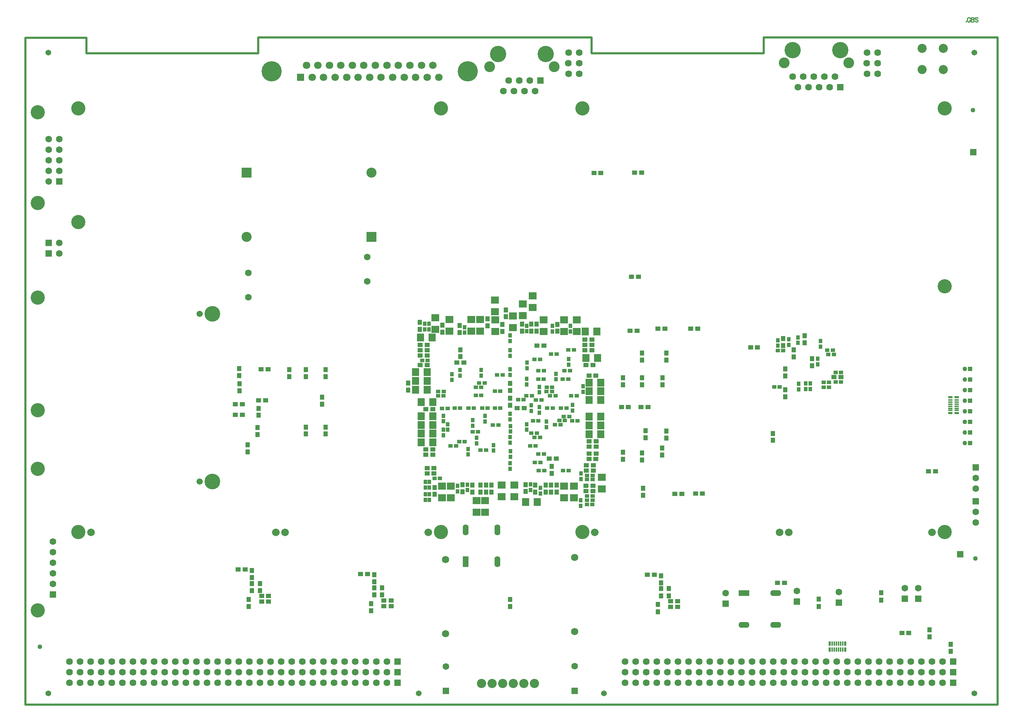
<source format=gbs>
%FSLAX23Y23*%
%MOIN*%
G70*
G01*
G75*
G04 Layer_Color=16711935*
%ADD10C,0.010*%
%ADD11R,0.039X0.043*%
%ADD12C,0.040*%
%ADD13R,0.102X0.087*%
%ADD14R,0.087X0.102*%
%ADD15R,0.024X0.094*%
%ADD16R,0.043X0.039*%
%ADD17R,0.039X0.043*%
%ADD18R,0.010X0.039*%
%ADD19R,0.020X0.039*%
%ADD20R,0.028X0.035*%
%ADD21R,0.106X0.063*%
%ADD22R,0.157X0.138*%
%ADD23R,0.041X0.083*%
%ADD24R,0.413X0.406*%
%ADD25R,0.051X0.063*%
%ADD26R,0.033X0.039*%
%ADD27O,0.016X0.063*%
%ADD28R,0.134X0.085*%
%ADD29R,0.041X0.085*%
%ADD30R,0.033X0.039*%
%ADD31R,0.041X0.085*%
%ADD32R,0.026X0.075*%
%ADD33R,0.138X0.079*%
%ADD34R,0.047X0.039*%
%ADD35R,0.134X0.075*%
%ADD36R,0.138X0.157*%
%ADD37R,0.079X0.138*%
%ADD38R,0.016X0.063*%
%ADD39R,0.063X0.051*%
%ADD40R,0.063X0.106*%
%ADD41R,0.014X0.053*%
%ADD42O,0.250X0.080*%
%ADD43R,0.124X0.202*%
%ADD44O,0.031X0.010*%
%ADD45R,0.031X0.010*%
%ADD46R,0.010X0.031*%
%ADD47O,0.080X0.250*%
%ADD48R,0.024X0.087*%
%ADD49R,0.024X0.087*%
%ADD50C,0.020*%
%ADD51R,0.039X0.047*%
%ADD52R,0.018X0.081*%
%ADD53R,0.047X0.102*%
%ADD54R,0.081X0.018*%
%ADD55R,0.047X0.043*%
%ADD56R,0.047X0.043*%
%ADD57R,0.059X0.020*%
%ADD58R,0.059X0.020*%
%ADD59R,0.035X0.028*%
%ADD60R,0.083X0.041*%
%ADD61R,0.406X0.413*%
%ADD62R,0.039X0.033*%
%ADD63R,0.039X0.033*%
%ADD64R,0.059X0.014*%
%ADD65R,0.087X0.024*%
%ADD66R,0.012X0.065*%
%ADD67R,0.087X0.024*%
%ADD68R,0.049X0.015*%
%ADD69R,0.213X0.118*%
%ADD70R,0.138X0.016*%
%ADD71R,0.057X0.022*%
%ADD72R,0.012X0.063*%
%ADD73R,0.063X0.012*%
%ADD74R,0.102X0.047*%
%ADD75R,0.014X0.053*%
%ADD76R,0.010X0.065*%
%ADD77R,0.012X0.016*%
%ADD78R,0.228X0.189*%
%ADD79R,0.016X0.012*%
%ADD80O,0.014X0.059*%
%ADD81R,0.014X0.059*%
%ADD82C,0.005*%
%ADD83C,0.008*%
%ADD84C,0.020*%
%ADD85C,0.004*%
%ADD86C,0.012*%
%ADD87C,0.006*%
%ADD88C,0.015*%
%ADD89C,0.009*%
%ADD90C,0.130*%
%ADD91C,0.050*%
%ADD92C,0.039*%
%ADD93R,0.039X0.039*%
%ADD94C,0.059*%
%ADD95R,0.059X0.059*%
%ADD96R,0.091X0.091*%
%ADD97C,0.091*%
%ADD98C,0.060*%
%ADD99R,0.059X0.059*%
%ADD100C,0.065*%
%ADD101R,0.060X0.060*%
%ADD102C,0.068*%
%ADD103R,0.059X0.059*%
%ADD104C,0.059*%
%ADD105R,0.100X0.050*%
%ADD106O,0.100X0.050*%
%ADD107C,0.150*%
%ADD108C,0.098*%
%ADD109C,0.083*%
%ADD110C,0.082*%
%ADD111C,0.067*%
%ADD112R,0.067X0.067*%
%ADD113C,0.187*%
%ADD114O,0.050X0.100*%
%ADD115R,0.050X0.100*%
%ADD116C,0.144*%
%ADD117C,0.055*%
%ADD118C,0.016*%
%ADD119C,0.036*%
%ADD120C,0.160*%
%ADD121C,0.020*%
%ADD122C,0.030*%
%ADD123R,0.063X0.071*%
%ADD124R,0.071X0.063*%
%ADD125R,0.039X0.020*%
%ADD126R,0.039X0.010*%
%ADD127C,0.010*%
%ADD128C,0.008*%
%ADD129C,0.004*%
%ADD130C,0.001*%
%ADD131C,0.001*%
%ADD132C,0.007*%
%ADD133C,0.006*%
%ADD134R,0.146X0.031*%
%ADD135R,0.110X0.410*%
%ADD136R,0.110X0.405*%
%ADD137R,0.043X0.047*%
%ADD138C,0.044*%
%ADD139R,0.106X0.091*%
%ADD140R,0.091X0.106*%
%ADD141R,0.028X0.098*%
%ADD142R,0.047X0.043*%
%ADD143R,0.043X0.047*%
%ADD144R,0.014X0.043*%
%ADD145R,0.024X0.043*%
%ADD146R,0.032X0.039*%
%ADD147R,0.110X0.067*%
%ADD148R,0.161X0.142*%
%ADD149R,0.045X0.087*%
%ADD150R,0.417X0.410*%
%ADD151R,0.055X0.067*%
%ADD152R,0.037X0.043*%
%ADD153O,0.020X0.067*%
%ADD154R,0.138X0.089*%
%ADD155R,0.045X0.089*%
%ADD156R,0.037X0.043*%
%ADD157R,0.045X0.089*%
%ADD158R,0.030X0.079*%
%ADD159R,0.142X0.083*%
%ADD160R,0.051X0.043*%
%ADD161R,0.138X0.079*%
%ADD162R,0.142X0.161*%
%ADD163R,0.083X0.142*%
%ADD164R,0.020X0.067*%
%ADD165R,0.067X0.055*%
%ADD166R,0.067X0.110*%
%ADD167R,0.018X0.057*%
%ADD168O,0.254X0.084*%
%ADD169R,0.128X0.206*%
%ADD170O,0.035X0.014*%
%ADD171R,0.035X0.014*%
%ADD172R,0.014X0.035*%
%ADD173O,0.084X0.254*%
%ADD174R,0.028X0.091*%
%ADD175R,0.028X0.091*%
%ADD176C,0.024*%
%ADD177R,0.043X0.051*%
%ADD178R,0.022X0.085*%
%ADD179R,0.051X0.106*%
%ADD180R,0.085X0.022*%
%ADD181R,0.051X0.047*%
%ADD182R,0.051X0.047*%
%ADD183R,0.063X0.024*%
%ADD184R,0.063X0.024*%
%ADD185R,0.039X0.032*%
%ADD186R,0.087X0.045*%
%ADD187R,0.410X0.417*%
%ADD188R,0.043X0.037*%
%ADD189R,0.043X0.037*%
%ADD190R,0.063X0.018*%
%ADD191R,0.091X0.028*%
%ADD192R,0.016X0.069*%
%ADD193R,0.091X0.028*%
%ADD194R,0.053X0.019*%
%ADD195R,0.217X0.122*%
%ADD196R,0.142X0.020*%
%ADD197R,0.061X0.026*%
%ADD198R,0.016X0.067*%
%ADD199R,0.067X0.016*%
%ADD200R,0.106X0.051*%
%ADD201R,0.018X0.057*%
%ADD202R,0.014X0.069*%
%ADD203R,0.016X0.020*%
%ADD204R,0.232X0.193*%
%ADD205R,0.020X0.016*%
%ADD206O,0.018X0.063*%
%ADD207R,0.018X0.063*%
%ADD208C,0.134*%
%ADD209C,0.054*%
%ADD210C,0.043*%
%ADD211R,0.043X0.043*%
%ADD212C,0.063*%
%ADD213R,0.063X0.063*%
%ADD214R,0.095X0.095*%
%ADD215C,0.095*%
%ADD216C,0.064*%
%ADD217R,0.063X0.063*%
%ADD218C,0.069*%
%ADD219R,0.064X0.064*%
%ADD220C,0.072*%
%ADD221R,0.063X0.063*%
%ADD222C,0.063*%
%ADD223R,0.104X0.054*%
%ADD224O,0.104X0.054*%
%ADD225C,0.154*%
%ADD226C,0.102*%
%ADD227C,0.087*%
%ADD228C,0.086*%
%ADD229C,0.071*%
%ADD230R,0.071X0.071*%
%ADD231C,0.191*%
%ADD232O,0.054X0.104*%
%ADD233R,0.054X0.104*%
%ADD234C,0.148*%
%ADD235C,0.059*%
%ADD236R,0.067X0.075*%
%ADD237R,0.075X0.067*%
%ADD238R,0.043X0.024*%
%ADD239R,0.043X0.014*%
D84*
X13185Y6000D02*
Y12300D01*
X3999Y6000D02*
Y12299D01*
Y6000D02*
X13185D01*
X4575Y12150D02*
Y12299D01*
Y12150D02*
X6200D01*
Y12300D01*
X9350Y12150D02*
Y12300D01*
Y12150D02*
X10975D01*
Y12300D01*
X3999Y12299D02*
X4574D01*
X6200Y12300D02*
X9349D01*
X10975D02*
X13185D01*
D89*
X12888Y12453D02*
X12886Y12451D01*
X12888Y12449D01*
X12890Y12451D01*
X12888Y12453D01*
X12927Y12479D02*
X12925Y12483D01*
X12921Y12487D01*
X12918Y12489D01*
X12910D01*
X12906Y12487D01*
X12902Y12483D01*
X12900Y12479D01*
X12899Y12474D01*
Y12464D01*
X12900Y12459D01*
X12902Y12455D01*
X12906Y12451D01*
X12910Y12449D01*
X12918D01*
X12921Y12451D01*
X12925Y12455D01*
X12927Y12459D01*
Y12464D01*
X12918D02*
X12927D01*
X12936Y12489D02*
Y12449D01*
Y12489D02*
X12953D01*
X12959Y12487D01*
X12961Y12485D01*
X12963Y12481D01*
Y12478D01*
X12961Y12474D01*
X12959Y12472D01*
X12953Y12470D01*
X12936D02*
X12953D01*
X12959Y12468D01*
X12961Y12466D01*
X12963Y12462D01*
Y12457D01*
X12961Y12453D01*
X12959Y12451D01*
X12953Y12449D01*
X12936D01*
X12999Y12483D02*
X12995Y12487D01*
X12989Y12489D01*
X12981D01*
X12976Y12487D01*
X12972Y12483D01*
Y12479D01*
X12974Y12476D01*
X12976Y12474D01*
X12980Y12472D01*
X12991Y12468D01*
X12995Y12466D01*
X12997Y12464D01*
X12999Y12460D01*
Y12455D01*
X12995Y12451D01*
X12989Y12449D01*
X12981D01*
X12976Y12451D01*
X12972Y12455D01*
D137*
X12743Y6505D02*
D03*
Y6571D02*
D03*
X8972Y8251D02*
D03*
Y8185D02*
D03*
X11063Y8562D02*
D03*
Y8496D02*
D03*
X8580Y6993D02*
D03*
Y6927D02*
D03*
X7295Y7227D02*
D03*
Y7160D02*
D03*
X7370Y7104D02*
D03*
Y7037D02*
D03*
X7264Y6887D02*
D03*
Y6954D02*
D03*
X7295Y7037D02*
D03*
Y7104D02*
D03*
X10005Y7219D02*
D03*
Y7152D02*
D03*
X10080Y7096D02*
D03*
Y7029D02*
D03*
X9974Y6879D02*
D03*
Y6946D02*
D03*
X10005Y7029D02*
D03*
Y7096D02*
D03*
X6108Y6929D02*
D03*
Y6995D02*
D03*
X6022Y8964D02*
D03*
Y9030D02*
D03*
X6202Y8799D02*
D03*
Y8733D02*
D03*
X6020Y9173D02*
D03*
Y9107D02*
D03*
X11180Y9170D02*
D03*
Y9104D02*
D03*
X12541Y6641D02*
D03*
Y6708D02*
D03*
X9824Y9255D02*
D03*
Y9321D02*
D03*
X10018Y9088D02*
D03*
Y9022D02*
D03*
X9824Y9088D02*
D03*
Y9022D02*
D03*
X9646Y9088D02*
D03*
Y9022D02*
D03*
X9835Y7977D02*
D03*
Y8043D02*
D03*
X8967Y8009D02*
D03*
Y8075D02*
D03*
X8917Y8009D02*
D03*
Y8075D02*
D03*
X8817Y8009D02*
D03*
Y8075D02*
D03*
X8402Y8007D02*
D03*
Y8073D02*
D03*
X8352Y8007D02*
D03*
Y8073D02*
D03*
X8300Y8007D02*
D03*
Y8073D02*
D03*
X8222Y8007D02*
D03*
Y8073D02*
D03*
X7864Y7986D02*
D03*
Y8052D02*
D03*
X8580Y8893D02*
D03*
Y8827D02*
D03*
X9024Y9592D02*
D03*
Y9526D02*
D03*
X8830Y9593D02*
D03*
Y9527D02*
D03*
X8780Y9593D02*
D03*
Y9527D02*
D03*
X8692Y9593D02*
D03*
Y9527D02*
D03*
X8365Y9645D02*
D03*
Y9579D02*
D03*
X7726Y9611D02*
D03*
Y9545D02*
D03*
X8504Y9591D02*
D03*
Y9525D02*
D03*
X7938Y9583D02*
D03*
Y9517D02*
D03*
X11494Y6929D02*
D03*
Y6996D02*
D03*
X12084Y6989D02*
D03*
Y7056D02*
D03*
X6139Y7202D02*
D03*
Y7268D02*
D03*
X6214Y7079D02*
D03*
Y7145D02*
D03*
X6139D02*
D03*
Y7079D02*
D03*
X9858Y8520D02*
D03*
Y8586D02*
D03*
X10016Y8423D02*
D03*
Y8357D02*
D03*
X9824Y8377D02*
D03*
Y8311D02*
D03*
X9646Y8383D02*
D03*
Y8317D02*
D03*
X10055Y9255D02*
D03*
Y9321D02*
D03*
Y8518D02*
D03*
Y8584D02*
D03*
X8108Y9352D02*
D03*
Y9286D02*
D03*
X9020Y8009D02*
D03*
Y8075D02*
D03*
X8580Y9033D02*
D03*
Y8967D02*
D03*
X7617Y8970D02*
D03*
Y9036D02*
D03*
X8727Y8013D02*
D03*
Y8079D02*
D03*
X8130Y8011D02*
D03*
Y8077D02*
D03*
X8538Y9729D02*
D03*
Y9663D02*
D03*
X8102Y9580D02*
D03*
Y9514D02*
D03*
X11258Y9284D02*
D03*
Y9350D02*
D03*
X11361Y9484D02*
D03*
Y9418D02*
D03*
X11159Y9457D02*
D03*
Y9391D02*
D03*
X11431Y9200D02*
D03*
Y9266D02*
D03*
X11180Y8907D02*
D03*
Y8973D02*
D03*
X6834Y9165D02*
D03*
Y9099D02*
D03*
X6100Y8387D02*
D03*
Y8453D02*
D03*
X6834Y8556D02*
D03*
Y8622D02*
D03*
X6801Y8903D02*
D03*
Y8837D02*
D03*
X6491Y9163D02*
D03*
Y9097D02*
D03*
X6192Y8552D02*
D03*
Y8618D02*
D03*
X6648Y8556D02*
D03*
Y8622D02*
D03*
Y9164D02*
D03*
Y9098D02*
D03*
D138*
X12952Y11614D02*
D03*
X12975Y7380D02*
D03*
X4137Y6549D02*
D03*
D142*
X12281Y6678D02*
D03*
X12347D02*
D03*
X8948Y8325D02*
D03*
X9014D02*
D03*
X9817Y8812D02*
D03*
X9883D02*
D03*
X9779Y9531D02*
D03*
X9713D02*
D03*
X7165Y7235D02*
D03*
X7232D02*
D03*
X7454Y6985D02*
D03*
X7387D02*
D03*
X7387Y6932D02*
D03*
X7454D02*
D03*
X9874Y7227D02*
D03*
X9941D02*
D03*
X10163Y6977D02*
D03*
X10096D02*
D03*
X10096Y6924D02*
D03*
X10163D02*
D03*
X6231Y6973D02*
D03*
X6297D02*
D03*
X6297Y7026D02*
D03*
X6231D02*
D03*
X10397Y7993D02*
D03*
X10331D02*
D03*
X9977Y9550D02*
D03*
X10043D02*
D03*
X9697Y8812D02*
D03*
X9631D02*
D03*
X5983Y8837D02*
D03*
X6049D02*
D03*
X5983Y8737D02*
D03*
X6049D02*
D03*
X9437Y11021D02*
D03*
X9371D02*
D03*
X9821Y11023D02*
D03*
X9755D02*
D03*
X12532Y8204D02*
D03*
X12598D02*
D03*
X10201Y7992D02*
D03*
X10135D02*
D03*
X10353Y9550D02*
D03*
X10287D02*
D03*
X11171Y7150D02*
D03*
X11105D02*
D03*
X6075Y7276D02*
D03*
X6009D02*
D03*
X8899Y9390D02*
D03*
X8833D02*
D03*
X8075Y9232D02*
D03*
X8141D02*
D03*
X9295Y8017D02*
D03*
X9361D02*
D03*
X9295Y8068D02*
D03*
X9361D02*
D03*
X8713Y8800D02*
D03*
X8647D02*
D03*
X9390Y8320D02*
D03*
X9324D02*
D03*
X9391Y8487D02*
D03*
X9325D02*
D03*
X9391Y8437D02*
D03*
X9325D02*
D03*
X7783Y8362D02*
D03*
X7849D02*
D03*
X9390Y9108D02*
D03*
X9324D02*
D03*
X9363Y9206D02*
D03*
X9297D02*
D03*
X7783Y8790D02*
D03*
X7849D02*
D03*
X7730Y9396D02*
D03*
X7796D02*
D03*
X9366Y8211D02*
D03*
X9300D02*
D03*
X9366Y8262D02*
D03*
X9300D02*
D03*
X9392Y8371D02*
D03*
X9326D02*
D03*
X9352Y9348D02*
D03*
X9286D02*
D03*
X9352Y9398D02*
D03*
X9286D02*
D03*
X9353Y9449D02*
D03*
X9287D02*
D03*
X7794Y8184D02*
D03*
X7860D02*
D03*
X7794Y8235D02*
D03*
X7860D02*
D03*
X7783Y8412D02*
D03*
X7849D02*
D03*
X7730Y9208D02*
D03*
X7796D02*
D03*
X7730Y9296D02*
D03*
X7796D02*
D03*
X7730Y9346D02*
D03*
X7796D02*
D03*
X11706Y9093D02*
D03*
X11640D02*
D03*
X10851Y9374D02*
D03*
X10917D02*
D03*
X9792Y10040D02*
D03*
X9726D02*
D03*
X6293Y9168D02*
D03*
X6227D02*
D03*
X6202Y8873D02*
D03*
X6268D02*
D03*
D144*
X11702Y6579D02*
D03*
X11721Y6520D02*
D03*
X11702D02*
D03*
X11682D02*
D03*
X11662D02*
D03*
X11643D02*
D03*
X11623D02*
D03*
X11721Y6579D02*
D03*
X11682D02*
D03*
X11662D02*
D03*
X11643D02*
D03*
X11623D02*
D03*
D145*
X11746Y6520D02*
D03*
X11598D02*
D03*
Y6579D02*
D03*
X11746D02*
D03*
D146*
X8980Y9525D02*
D03*
Y9577D02*
D03*
X7772Y9544D02*
D03*
Y9596D02*
D03*
X7779Y8052D02*
D03*
Y8104D02*
D03*
X9150Y9524D02*
D03*
Y9576D02*
D03*
X9247Y7931D02*
D03*
Y7879D02*
D03*
X7811Y9544D02*
D03*
Y9596D02*
D03*
X8580Y8694D02*
D03*
Y8746D02*
D03*
X8581Y8342D02*
D03*
Y8394D02*
D03*
X8082Y8066D02*
D03*
Y8014D02*
D03*
X7817Y8052D02*
D03*
Y8104D02*
D03*
X8736Y9578D02*
D03*
Y9526D02*
D03*
X8226Y8635D02*
D03*
Y8687D02*
D03*
X8857Y8950D02*
D03*
Y9002D02*
D03*
X8343Y8674D02*
D03*
Y8726D02*
D03*
X8867Y7995D02*
D03*
Y8047D02*
D03*
X8921Y8673D02*
D03*
Y8621D02*
D03*
X8855Y8811D02*
D03*
Y8759D02*
D03*
X7817Y7935D02*
D03*
Y7987D02*
D03*
X9131Y9212D02*
D03*
Y9264D02*
D03*
X8580Y9166D02*
D03*
Y9114D02*
D03*
Y9294D02*
D03*
Y9346D02*
D03*
X8107Y9109D02*
D03*
Y9161D02*
D03*
X8150Y9565D02*
D03*
Y9513D02*
D03*
X8305Y9161D02*
D03*
Y9109D02*
D03*
X8780Y8774D02*
D03*
Y8826D02*
D03*
X9013Y9125D02*
D03*
Y9073D02*
D03*
X8580Y9434D02*
D03*
Y9486D02*
D03*
X9268Y8954D02*
D03*
Y9006D02*
D03*
X8181Y8415D02*
D03*
Y8363D02*
D03*
X7950Y8728D02*
D03*
Y8676D02*
D03*
X8263Y8468D02*
D03*
Y8520D02*
D03*
X7950Y8545D02*
D03*
Y8597D02*
D03*
X8423Y8452D02*
D03*
Y8400D02*
D03*
X8175Y8078D02*
D03*
Y8026D02*
D03*
X7990Y8597D02*
D03*
Y8649D02*
D03*
X8580Y8229D02*
D03*
Y8281D02*
D03*
Y8526D02*
D03*
Y8474D02*
D03*
X9170Y8831D02*
D03*
Y8779D02*
D03*
X9248Y8183D02*
D03*
Y8131D02*
D03*
X8771Y8080D02*
D03*
Y8028D02*
D03*
X8029Y9121D02*
D03*
Y9069D02*
D03*
X8581Y8580D02*
D03*
Y8632D02*
D03*
X8738Y9178D02*
D03*
Y9230D02*
D03*
X8736Y8649D02*
D03*
Y8597D02*
D03*
X8737Y9024D02*
D03*
Y9076D02*
D03*
X11511Y9381D02*
D03*
Y9433D02*
D03*
X11300Y9416D02*
D03*
Y9468D02*
D03*
X11414Y9034D02*
D03*
Y8982D02*
D03*
X11373Y9034D02*
D03*
Y8982D02*
D03*
X11213Y9398D02*
D03*
Y9450D02*
D03*
X11306Y9031D02*
D03*
Y8979D02*
D03*
X11484Y9267D02*
D03*
Y9215D02*
D03*
X11110Y9390D02*
D03*
Y9442D02*
D03*
X7779Y7987D02*
D03*
Y7935D02*
D03*
D185*
X8862Y9260D02*
D03*
X8810D02*
D03*
X8106Y8800D02*
D03*
X8054D02*
D03*
X8732Y8919D02*
D03*
X8784D02*
D03*
X8924Y8998D02*
D03*
X8976D02*
D03*
X8434Y8960D02*
D03*
X8486D02*
D03*
X8338Y9037D02*
D03*
X8286D02*
D03*
X8254Y8920D02*
D03*
X8306D02*
D03*
X8417Y8642D02*
D03*
X8469D02*
D03*
X7988Y8799D02*
D03*
X7936D02*
D03*
X9008Y8918D02*
D03*
X8956D02*
D03*
X8224Y8578D02*
D03*
X8276D02*
D03*
X9358Y7931D02*
D03*
X9306D02*
D03*
X8861Y8525D02*
D03*
X8809D02*
D03*
X9358Y7971D02*
D03*
X9306D02*
D03*
X9357Y7892D02*
D03*
X9305D02*
D03*
X9097Y8684D02*
D03*
X9045D02*
D03*
X8846Y8682D02*
D03*
X8794D02*
D03*
X8351Y8403D02*
D03*
X8299D02*
D03*
X8706Y8880D02*
D03*
X8654D02*
D03*
X8307Y8997D02*
D03*
X8255D02*
D03*
X8434Y8800D02*
D03*
X8486D02*
D03*
X7748Y9252D02*
D03*
X7800D02*
D03*
X8508Y9115D02*
D03*
X8456D02*
D03*
X8822Y8879D02*
D03*
X8874D02*
D03*
X8897Y9075D02*
D03*
X8845D02*
D03*
X8923Y8959D02*
D03*
X8975D02*
D03*
X9157Y8918D02*
D03*
X9209D02*
D03*
X9093Y9154D02*
D03*
X9145D02*
D03*
X9129Y9074D02*
D03*
X9077D02*
D03*
X9111Y8800D02*
D03*
X9059D02*
D03*
X8017Y8445D02*
D03*
X8069D02*
D03*
X7864Y8139D02*
D03*
X7916D02*
D03*
X8098Y8485D02*
D03*
X8150D02*
D03*
X9003Y8643D02*
D03*
X9055D02*
D03*
X9087Y8722D02*
D03*
X9139D02*
D03*
X8929Y8800D02*
D03*
X8981D02*
D03*
X9306Y8165D02*
D03*
X9358D02*
D03*
X9306Y8126D02*
D03*
X9358D02*
D03*
X9216Y8682D02*
D03*
X9164D02*
D03*
X8314Y8800D02*
D03*
X8366D02*
D03*
X7898Y8917D02*
D03*
X7950D02*
D03*
X8237Y8800D02*
D03*
X8185D02*
D03*
X7951Y8957D02*
D03*
X7899D02*
D03*
X8967Y9311D02*
D03*
X9019D02*
D03*
X8898Y9154D02*
D03*
X8846D02*
D03*
X9129Y9351D02*
D03*
X9181D02*
D03*
X8779Y8564D02*
D03*
X8831D02*
D03*
X8768Y8445D02*
D03*
X8820D02*
D03*
X8898Y8367D02*
D03*
X8846D02*
D03*
X9132Y8210D02*
D03*
X9080D02*
D03*
X8813Y8288D02*
D03*
X8865D02*
D03*
X8850Y8210D02*
D03*
X8901D02*
D03*
X11655Y9047D02*
D03*
X11707D02*
D03*
X11655Y9138D02*
D03*
X11707D02*
D03*
X11576Y9346D02*
D03*
X11628D02*
D03*
X11160Y9345D02*
D03*
X11108D02*
D03*
X11126Y9000D02*
D03*
X11074D02*
D03*
X11541Y8999D02*
D03*
X11593D02*
D03*
X11587Y9308D02*
D03*
X11639D02*
D03*
X11541Y9045D02*
D03*
X11593D02*
D03*
D208*
X4114Y6890D02*
D03*
Y8228D02*
D03*
Y8780D02*
D03*
Y9843D02*
D03*
Y10738D02*
D03*
X4500Y11630D02*
D03*
Y10557D02*
D03*
X7925Y11630D02*
D03*
X4500Y7630D02*
D03*
X7925D02*
D03*
X9261D02*
D03*
X12686D02*
D03*
X9261Y11630D02*
D03*
X12686D02*
D03*
Y9950D02*
D03*
X4114Y11594D02*
D03*
D209*
X9467Y6109D02*
D03*
X12967D02*
D03*
X4216Y12159D02*
D03*
X12966D02*
D03*
X7717Y6109D02*
D03*
X4217D02*
D03*
D210*
X12876Y8572D02*
D03*
Y8672D02*
D03*
Y8772D02*
D03*
Y8872D02*
D03*
Y8972D02*
D03*
Y9072D02*
D03*
Y9172D02*
D03*
Y8472D02*
D03*
D211*
X12926Y8572D02*
D03*
Y8672D02*
D03*
Y8772D02*
D03*
Y8872D02*
D03*
Y8972D02*
D03*
Y9072D02*
D03*
Y9172D02*
D03*
Y8472D02*
D03*
D212*
X4320Y10360D02*
D03*
Y10260D02*
D03*
X11290Y7074D02*
D03*
X11684Y7063D02*
D03*
X12309Y7102D02*
D03*
X10617Y7053D02*
D03*
X12980Y7720D02*
D03*
Y7820D02*
D03*
Y8140D02*
D03*
Y8040D02*
D03*
X12434Y7102D02*
D03*
X4220Y10940D02*
D03*
X4320Y11040D02*
D03*
X4220D02*
D03*
X4320Y11140D02*
D03*
X4220D02*
D03*
X4320Y11240D02*
D03*
X4220D02*
D03*
X4320Y11340D02*
D03*
X4220D02*
D03*
X4260Y7540D02*
D03*
Y7440D02*
D03*
Y7340D02*
D03*
Y7240D02*
D03*
Y7140D02*
D03*
D213*
X4220Y10360D02*
D03*
Y10260D02*
D03*
D214*
X6089Y11025D02*
D03*
X7269Y10417D02*
D03*
D215*
X6089D02*
D03*
X7269Y11025D02*
D03*
D216*
X9767Y6309D02*
D03*
X11950Y12058D02*
D03*
X12051D02*
D03*
X11967Y6209D02*
D03*
X11767D02*
D03*
X11367D02*
D03*
X11167D02*
D03*
X10967D02*
D03*
X9767D02*
D03*
X9667D02*
D03*
X10867Y6309D02*
D03*
X10567D02*
D03*
X9667D02*
D03*
X11967Y6409D02*
D03*
X9767D02*
D03*
X9667D02*
D03*
X11867Y6209D02*
D03*
X12667Y6309D02*
D03*
X12567D02*
D03*
X12467D02*
D03*
X12367D02*
D03*
X12267D02*
D03*
X12167D02*
D03*
X12067D02*
D03*
X11967D02*
D03*
X11867D02*
D03*
X11767D02*
D03*
X11667D02*
D03*
X11567D02*
D03*
X11467D02*
D03*
X11367D02*
D03*
X11267D02*
D03*
X11167D02*
D03*
X11067D02*
D03*
X10967D02*
D03*
X10467D02*
D03*
X10367D02*
D03*
X10267D02*
D03*
X10167D02*
D03*
X10067D02*
D03*
X9967D02*
D03*
X9867D02*
D03*
X11867Y6409D02*
D03*
X11767D02*
D03*
X11667D02*
D03*
X11567D02*
D03*
X11467D02*
D03*
X11367D02*
D03*
X11267D02*
D03*
X11167D02*
D03*
X11067D02*
D03*
X10967D02*
D03*
X10867D02*
D03*
X10767D02*
D03*
X10667D02*
D03*
X10567D02*
D03*
X10467D02*
D03*
X10367D02*
D03*
X10267D02*
D03*
X10167D02*
D03*
X10067D02*
D03*
X9967D02*
D03*
X9867D02*
D03*
X12667Y6209D02*
D03*
X12567D02*
D03*
X12467D02*
D03*
X12367D02*
D03*
X12267D02*
D03*
X12167D02*
D03*
X12067D02*
D03*
X11667D02*
D03*
X11567D02*
D03*
X11467D02*
D03*
X11267D02*
D03*
X11067D02*
D03*
X10867D02*
D03*
X10767D02*
D03*
X10667D02*
D03*
X10567D02*
D03*
X10467D02*
D03*
X10367D02*
D03*
X10267D02*
D03*
X10167D02*
D03*
X10067D02*
D03*
X9967D02*
D03*
X9867D02*
D03*
X12667Y6409D02*
D03*
X12567D02*
D03*
X12467D02*
D03*
X12367D02*
D03*
X12267D02*
D03*
X12167D02*
D03*
X12067D02*
D03*
X10667Y6309D02*
D03*
X10767D02*
D03*
X12051Y11958D02*
D03*
Y12158D02*
D03*
X11951Y11958D02*
D03*
Y12158D02*
D03*
X11250Y11930D02*
D03*
X11450D02*
D03*
X11400Y11830D02*
D03*
X11350Y11930D02*
D03*
X11500Y11830D02*
D03*
X11550Y11930D02*
D03*
X11600Y11830D02*
D03*
X11650Y11930D02*
D03*
X11300Y11830D02*
D03*
X8814Y11793D02*
D03*
X8764Y11893D02*
D03*
X8714Y11793D02*
D03*
X8664Y11893D02*
D03*
X8514Y11793D02*
D03*
X8564Y11893D02*
D03*
X8614Y11793D02*
D03*
X9231Y11958D02*
D03*
X9131D02*
D03*
X9231Y12058D02*
D03*
Y12158D02*
D03*
X9130Y12058D02*
D03*
X9131Y12158D02*
D03*
X4617Y6309D02*
D03*
X4717D02*
D03*
X4817D02*
D03*
X4917D02*
D03*
X5017D02*
D03*
X5117D02*
D03*
X5217D02*
D03*
X5317D02*
D03*
X5517D02*
D03*
X5617D02*
D03*
X5717D02*
D03*
X5817D02*
D03*
X5917D02*
D03*
X6017D02*
D03*
X6117D02*
D03*
X6217D02*
D03*
X6517D02*
D03*
X6617D02*
D03*
X6717D02*
D03*
X6817D02*
D03*
X6917D02*
D03*
X7017D02*
D03*
X7217D02*
D03*
X7317D02*
D03*
X7017Y6409D02*
D03*
X7117D02*
D03*
X7217D02*
D03*
X7317D02*
D03*
X7417D02*
D03*
X4417Y6309D02*
D03*
X4517D02*
D03*
X5417D02*
D03*
X6317D02*
D03*
X6417D02*
D03*
X7417D02*
D03*
X5117Y6409D02*
D03*
X5217D02*
D03*
X5317D02*
D03*
X5417D02*
D03*
X5517D02*
D03*
X5617D02*
D03*
X5717D02*
D03*
X5817D02*
D03*
X5917D02*
D03*
X6017D02*
D03*
X6117D02*
D03*
X6217D02*
D03*
X6317D02*
D03*
X6417D02*
D03*
X6517D02*
D03*
X6617D02*
D03*
X6717D02*
D03*
X6817D02*
D03*
X6917D02*
D03*
X7117Y6309D02*
D03*
X4817Y6409D02*
D03*
X4917D02*
D03*
X5017D02*
D03*
X4717D02*
D03*
X4617D02*
D03*
X4517D02*
D03*
X4417D02*
D03*
Y6209D02*
D03*
X4517D02*
D03*
X4617D02*
D03*
X4717D02*
D03*
X4817D02*
D03*
X4917D02*
D03*
X5017D02*
D03*
X5117D02*
D03*
X5217D02*
D03*
X5317D02*
D03*
X5417D02*
D03*
X5517D02*
D03*
X5617D02*
D03*
X5717D02*
D03*
X5817D02*
D03*
X5917D02*
D03*
X6017D02*
D03*
X6117D02*
D03*
X6217D02*
D03*
X6317D02*
D03*
X6417D02*
D03*
X6517D02*
D03*
X6617D02*
D03*
X6717D02*
D03*
X6817D02*
D03*
X6917D02*
D03*
X7017D02*
D03*
X7117D02*
D03*
X7217D02*
D03*
X7317D02*
D03*
X7417D02*
D03*
D217*
X11290Y6974D02*
D03*
X11684Y6963D02*
D03*
X12309Y7002D02*
D03*
X10617Y6953D02*
D03*
X12980Y7920D02*
D03*
X12954Y11216D02*
D03*
X12831Y7422D02*
D03*
X12980Y8240D02*
D03*
X12434Y7002D02*
D03*
X4320Y10940D02*
D03*
X4260Y7040D02*
D03*
D218*
X9189Y7391D02*
D03*
Y6691D02*
D03*
X7970Y7370D02*
D03*
Y6670D02*
D03*
D219*
X12767Y6309D02*
D03*
Y6209D02*
D03*
Y6409D02*
D03*
X11700Y11830D02*
D03*
X8864Y11893D02*
D03*
X7517Y6409D02*
D03*
Y6309D02*
D03*
Y6209D02*
D03*
D220*
X7807Y7629D02*
D03*
X6453D02*
D03*
X6367D02*
D03*
X4619D02*
D03*
X9379D02*
D03*
X11127D02*
D03*
X11213D02*
D03*
X12567D02*
D03*
D221*
X9190Y6132D02*
D03*
X7971Y6131D02*
D03*
D222*
X9190Y6363D02*
D03*
X7228Y9997D02*
D03*
Y10228D02*
D03*
X6105Y9846D02*
D03*
Y10077D02*
D03*
X7971Y6362D02*
D03*
D223*
X10789Y7053D02*
D03*
D224*
Y6753D02*
D03*
X11089Y7053D02*
D03*
Y6753D02*
D03*
D225*
X11250Y12180D02*
D03*
X11700D02*
D03*
X8914Y12143D02*
D03*
X8464D02*
D03*
D226*
X11780Y12060D02*
D03*
X11170D02*
D03*
X8994Y12023D02*
D03*
X8384D02*
D03*
D227*
X8310Y6200D02*
D03*
X8510D02*
D03*
X8410D02*
D03*
X8610D02*
D03*
X8710D02*
D03*
X8810D02*
D03*
D228*
X12671Y12197D02*
D03*
X12471D02*
D03*
Y11997D02*
D03*
X12671D02*
D03*
D229*
X7686Y11925D02*
D03*
X7741Y12037D02*
D03*
X7904Y11925D02*
D03*
X7849Y12037D02*
D03*
X7795Y11925D02*
D03*
X7632Y12037D02*
D03*
X7578Y11925D02*
D03*
X7523Y12037D02*
D03*
X7469Y11925D02*
D03*
X7415Y12037D02*
D03*
X7360Y11925D02*
D03*
X7306Y12037D02*
D03*
X7251Y11925D02*
D03*
X7197Y12037D02*
D03*
X7143Y11925D02*
D03*
X7088Y12037D02*
D03*
X7034Y11925D02*
D03*
X6980Y12037D02*
D03*
X6925Y11925D02*
D03*
X6871Y12037D02*
D03*
X6817Y11925D02*
D03*
X6762Y12037D02*
D03*
X6708Y11925D02*
D03*
X6654Y12037D02*
D03*
D230*
X6599Y11925D02*
D03*
D231*
X6325Y11981D02*
D03*
X8178D02*
D03*
D232*
X8460Y7650D02*
D03*
X8160D02*
D03*
X8460Y7350D02*
D03*
D233*
X8160D02*
D03*
D234*
X5765Y9691D02*
D03*
X5765Y8109D02*
D03*
D235*
X5647D02*
D03*
Y9691D02*
D03*
D236*
X9289Y9525D02*
D03*
X9399D02*
D03*
X9325Y9041D02*
D03*
X9435D02*
D03*
X9325Y8960D02*
D03*
X9435D02*
D03*
X9325Y8877D02*
D03*
X9435D02*
D03*
X9325Y8720D02*
D03*
X9435D02*
D03*
X9325Y8638D02*
D03*
X9435D02*
D03*
X7797Y9059D02*
D03*
X7687D02*
D03*
X7797Y8974D02*
D03*
X7687D02*
D03*
X7850Y8723D02*
D03*
X7740D02*
D03*
X7850Y8641D02*
D03*
X7740D02*
D03*
X7850Y8560D02*
D03*
X7740D02*
D03*
X9297Y9274D02*
D03*
X9407D02*
D03*
X9325Y8554D02*
D03*
X9435D02*
D03*
X7796Y9141D02*
D03*
X7686D02*
D03*
X7850Y8478D02*
D03*
X7740D02*
D03*
X7841Y9466D02*
D03*
X7731D02*
D03*
X8727Y7915D02*
D03*
X8837D02*
D03*
X7850Y8856D02*
D03*
X7740D02*
D03*
D237*
X8261Y7927D02*
D03*
Y7817D02*
D03*
X8698Y9674D02*
D03*
Y9784D02*
D03*
X8438Y9525D02*
D03*
Y9635D02*
D03*
X8294Y9526D02*
D03*
Y9636D02*
D03*
X9182Y8065D02*
D03*
Y7955D02*
D03*
X9088Y8065D02*
D03*
Y7955D02*
D03*
X8020Y8065D02*
D03*
Y7955D02*
D03*
X7936Y8065D02*
D03*
Y7955D02*
D03*
X9210Y9525D02*
D03*
Y9635D02*
D03*
X9090Y9525D02*
D03*
Y9635D02*
D03*
X8004Y9527D02*
D03*
Y9637D02*
D03*
X7871Y9545D02*
D03*
Y9655D02*
D03*
X8213Y9527D02*
D03*
Y9637D02*
D03*
X8792Y9751D02*
D03*
Y9861D02*
D03*
X8605Y9562D02*
D03*
Y9672D02*
D03*
X8620Y8074D02*
D03*
Y7964D02*
D03*
X8437Y9710D02*
D03*
Y9820D02*
D03*
X8500Y8075D02*
D03*
Y7965D02*
D03*
X9447Y8039D02*
D03*
Y8149D02*
D03*
X8897Y9523D02*
D03*
Y9633D02*
D03*
X8343Y7817D02*
D03*
Y7927D02*
D03*
D238*
X12799Y8903D02*
D03*
Y8755D02*
D03*
X12740Y8903D02*
D03*
Y8755D02*
D03*
D239*
X12799Y8878D02*
D03*
Y8858D02*
D03*
Y8839D02*
D03*
Y8819D02*
D03*
Y8799D02*
D03*
Y8780D02*
D03*
X12740Y8878D02*
D03*
Y8858D02*
D03*
Y8839D02*
D03*
Y8819D02*
D03*
Y8799D02*
D03*
Y8780D02*
D03*
M02*

</source>
